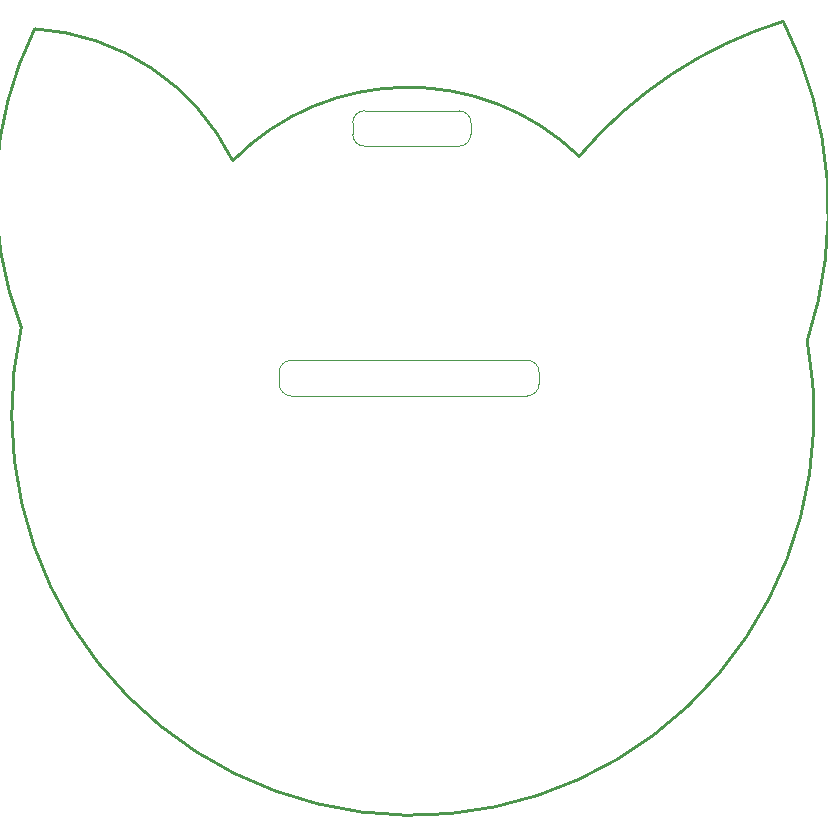
<source format=gko>
G04 Layer: BoardOutlineLayer*
G04 EasyEDA Pro v2.2.28.1, 2024-09-30 17:42:25*
G04 Gerber Generator version 0.3*
G04 Scale: 100 percent, Rotated: No, Reflected: No*
G04 Dimensions in millimeters*
G04 Leading zeros omitted, absolute positions, 3 integers and 5 decimals*
%FSLAX35Y35*%
%MOMM*%
%ADD10C,0.254*%
%ADD11C,0.0254*%
G75*


G04 PolygonModel Start*
G54D10*
G01X8026400Y-2108200D02*
G02X9753600Y-965200I2822641J-2388829D01*
G01X5092700Y-2146300D02*
G03X3416300Y-1028700I-1799935J-883803D01*
G01X3416300Y-1028700D02*
G03X3302000Y-3556000I2797397J-1392750D01*
G01X9753600Y-965200D02*
G02X9956800Y-3670300I-3155533J-1597217D01*
G01X3302000Y-3556000D02*
G03X9956800Y-3670300I3315749J-735520D01*
G01X5092700Y-2146300D02*
G02X8026400Y-2108200I1486086J-1462099D01*

G04 Rect Start*
G54D11*
G01X5486400Y-4035400D02*
G01X5486400Y-3935400D01*
G02X5586400Y-3835400I100000J0D01*
G01X7586400Y-3835400D01*
G02X7686400Y-3935400I0J-100000D01*
G01X7686400Y-4035400D01*
G02X7586400Y-4135400I-100000J0D01*
G01X5586400Y-4135400D01*
G02X5486400Y-4035400I0J100000D01*
G01X6108700Y-1922400D02*
G01X6108700Y-1822400D01*
G02X6208700Y-1722400I100000J0D01*
G01X7008700Y-1722400D01*
G02X7108700Y-1822400I0J-100000D01*
G01X7108700Y-1922400D01*
G02X7008700Y-2022400I-100000J0D01*
G01X6208700Y-2022400D01*
G02X6108700Y-1922400I0J100000D01*
G04 Rect End*

M02*


</source>
